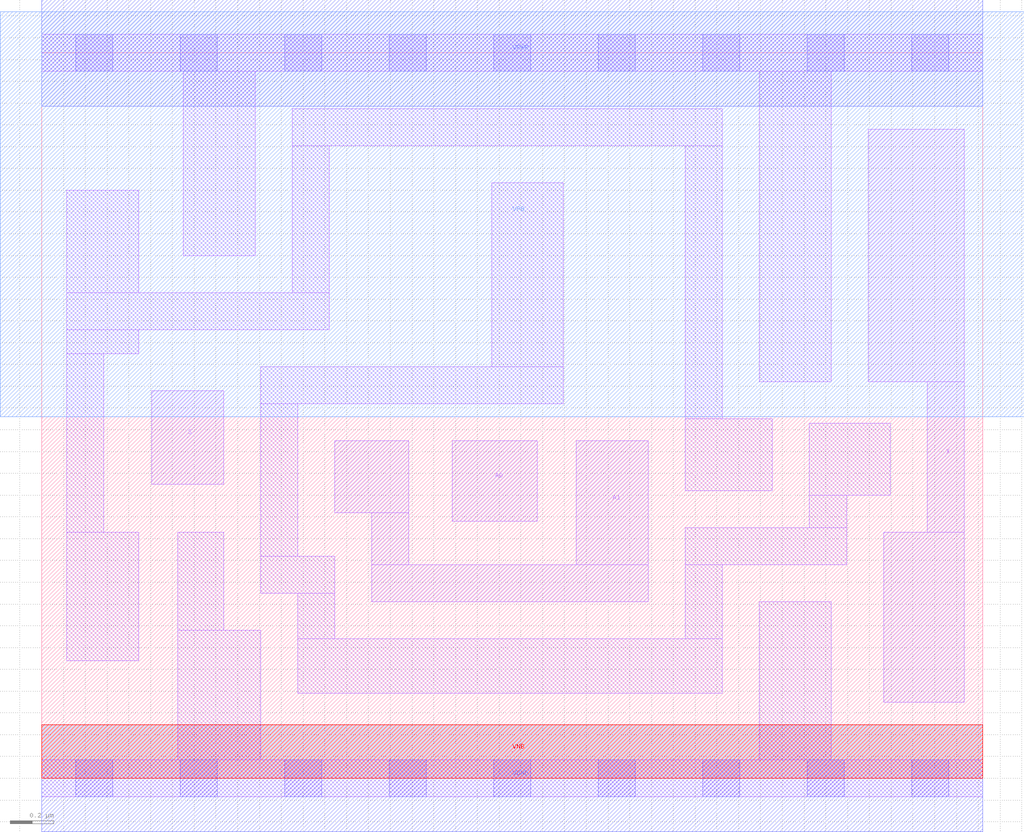
<source format=lef>
# Copyright 2020 The SkyWater PDK Authors
#
# Licensed under the Apache License, Version 2.0 (the "License");
# you may not use this file except in compliance with the License.
# You may obtain a copy of the License at
#
#     https://www.apache.org/licenses/LICENSE-2.0
#
# Unless required by applicable law or agreed to in writing, software
# distributed under the License is distributed on an "AS IS" BASIS,
# WITHOUT WARRANTIES OR CONDITIONS OF ANY KIND, either express or implied.
# See the License for the specific language governing permissions and
# limitations under the License.
#
# SPDX-License-Identifier: Apache-2.0

VERSION 5.7 ;
  NOWIREEXTENSIONATPIN ON ;
  DIVIDERCHAR "/" ;
  BUSBITCHARS "[]" ;
MACRO sky130_fd_sc_ms__mux2_1
  CLASS CORE ;
  FOREIGN sky130_fd_sc_ms__mux2_1 ;
  ORIGIN  0.000000  0.000000 ;
  SIZE  4.320000 BY  3.330000 ;
  SYMMETRY X Y ;
  SITE unit ;
  PIN A0
    ANTENNAGATEAREA  0.291000 ;
    DIRECTION INPUT ;
    USE SIGNAL ;
    PORT
      LAYER li1 ;
        RECT 1.885000 1.180000 2.275000 1.550000 ;
    END
  END A0
  PIN A1
    ANTENNAGATEAREA  0.291000 ;
    DIRECTION INPUT ;
    USE SIGNAL ;
    PORT
      LAYER li1 ;
        RECT 1.345000 1.220000 1.685000 1.550000 ;
        RECT 1.515000 0.810000 2.785000 0.980000 ;
        RECT 1.515000 0.980000 1.685000 1.220000 ;
        RECT 2.455000 0.980000 2.785000 1.550000 ;
    END
  END A1
  PIN S
    ANTENNAGATEAREA  0.524700 ;
    DIRECTION INPUT ;
    USE SIGNAL ;
    PORT
      LAYER li1 ;
        RECT 0.505000 1.350000 0.835000 1.780000 ;
    END
  END S
  PIN X
    ANTENNADIFFAREA  0.524500 ;
    DIRECTION OUTPUT ;
    USE SIGNAL ;
    PORT
      LAYER li1 ;
        RECT 3.795000 1.820000 4.235000 2.980000 ;
        RECT 3.865000 0.350000 4.235000 1.130000 ;
        RECT 4.065000 1.130000 4.235000 1.820000 ;
    END
  END X
  PIN VGND
    DIRECTION INOUT ;
    USE GROUND ;
    PORT
      LAYER met1 ;
        RECT 0.000000 -0.245000 4.320000 0.245000 ;
    END
  END VGND
  PIN VNB
    DIRECTION INOUT ;
    USE GROUND ;
    PORT
      LAYER pwell ;
        RECT 0.000000 0.000000 4.320000 0.245000 ;
    END
  END VNB
  PIN VPB
    DIRECTION INOUT ;
    USE POWER ;
    PORT
      LAYER nwell ;
        RECT -0.190000 1.660000 4.510000 3.520000 ;
    END
  END VPB
  PIN VPWR
    DIRECTION INOUT ;
    USE POWER ;
    PORT
      LAYER met1 ;
        RECT 0.000000 3.085000 4.320000 3.575000 ;
    END
  END VPWR
  OBS
    LAYER li1 ;
      RECT 0.000000 -0.085000 4.320000 0.085000 ;
      RECT 0.000000  3.245000 4.320000 3.415000 ;
      RECT 0.115000  0.540000 0.445000 1.130000 ;
      RECT 0.115000  1.130000 0.285000 1.950000 ;
      RECT 0.115000  1.950000 0.445000 2.060000 ;
      RECT 0.115000  2.060000 1.320000 2.230000 ;
      RECT 0.115000  2.230000 0.445000 2.700000 ;
      RECT 0.625000  0.085000 1.005000 0.680000 ;
      RECT 0.625000  0.680000 0.835000 1.130000 ;
      RECT 0.650000  2.400000 0.980000 3.245000 ;
      RECT 1.005000  0.850000 1.345000 1.020000 ;
      RECT 1.005000  1.020000 1.175000 1.720000 ;
      RECT 1.005000  1.720000 2.395000 1.890000 ;
      RECT 1.150000  2.230000 1.320000 2.905000 ;
      RECT 1.150000  2.905000 3.125000 3.075000 ;
      RECT 1.175000  0.390000 3.125000 0.640000 ;
      RECT 1.175000  0.640000 1.345000 0.850000 ;
      RECT 2.065000  1.890000 2.395000 2.735000 ;
      RECT 2.955000  0.640000 3.125000 0.980000 ;
      RECT 2.955000  0.980000 3.695000 1.150000 ;
      RECT 2.955000  1.320000 3.355000 1.650000 ;
      RECT 2.955000  1.650000 3.125000 2.905000 ;
      RECT 3.295000  0.085000 3.625000 0.810000 ;
      RECT 3.295000  1.820000 3.625000 3.245000 ;
      RECT 3.525000  1.150000 3.695000 1.300000 ;
      RECT 3.525000  1.300000 3.895000 1.630000 ;
    LAYER mcon ;
      RECT 0.155000 -0.085000 0.325000 0.085000 ;
      RECT 0.155000  3.245000 0.325000 3.415000 ;
      RECT 0.635000 -0.085000 0.805000 0.085000 ;
      RECT 0.635000  3.245000 0.805000 3.415000 ;
      RECT 1.115000 -0.085000 1.285000 0.085000 ;
      RECT 1.115000  3.245000 1.285000 3.415000 ;
      RECT 1.595000 -0.085000 1.765000 0.085000 ;
      RECT 1.595000  3.245000 1.765000 3.415000 ;
      RECT 2.075000 -0.085000 2.245000 0.085000 ;
      RECT 2.075000  3.245000 2.245000 3.415000 ;
      RECT 2.555000 -0.085000 2.725000 0.085000 ;
      RECT 2.555000  3.245000 2.725000 3.415000 ;
      RECT 3.035000 -0.085000 3.205000 0.085000 ;
      RECT 3.035000  3.245000 3.205000 3.415000 ;
      RECT 3.515000 -0.085000 3.685000 0.085000 ;
      RECT 3.515000  3.245000 3.685000 3.415000 ;
      RECT 3.995000 -0.085000 4.165000 0.085000 ;
      RECT 3.995000  3.245000 4.165000 3.415000 ;
  END
END sky130_fd_sc_ms__mux2_1
END LIBRARY

</source>
